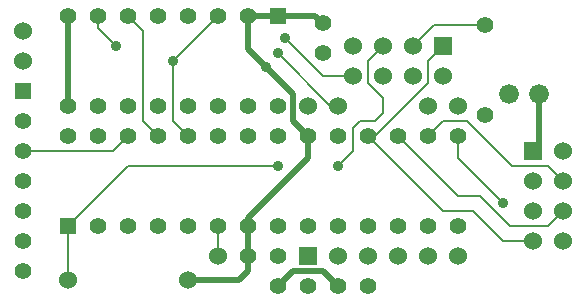
<source format=gtl>
G04 (created by PCBNEW-RS274X (2012-01-19 BZR 3256)-stable) date 10/2/2012 11:56:40 PM*
G01*
G70*
G90*
%MOIN*%
G04 Gerber Fmt 3.4, Leading zero omitted, Abs format*
%FSLAX34Y34*%
G04 APERTURE LIST*
%ADD10C,0.006000*%
%ADD11C,0.060000*%
%ADD12R,0.060000X0.060000*%
%ADD13C,0.055000*%
%ADD14R,0.055000X0.055000*%
%ADD15C,0.066000*%
%ADD16C,0.035000*%
%ADD17C,0.020000*%
%ADD18C,0.008000*%
G04 APERTURE END LIST*
G54D10*
G54D11*
X53600Y-39900D03*
X49600Y-39900D03*
G54D12*
X57600Y-39100D03*
G54D11*
X58600Y-39100D03*
G54D13*
X59600Y-40100D03*
X58600Y-40100D03*
X57600Y-40100D03*
X56600Y-40100D03*
X50600Y-38100D03*
X51600Y-38100D03*
X52600Y-38100D03*
X53600Y-38100D03*
X54600Y-38100D03*
X55600Y-38100D03*
X56600Y-38100D03*
X57600Y-38100D03*
X58600Y-38100D03*
X59600Y-38100D03*
X60600Y-38100D03*
X61600Y-38100D03*
X62600Y-38100D03*
G54D14*
X49600Y-38100D03*
G54D13*
X62600Y-35100D03*
X61600Y-35100D03*
X60600Y-35100D03*
X59600Y-35100D03*
X58600Y-35100D03*
X57600Y-35100D03*
X56600Y-35100D03*
X55600Y-35100D03*
X54600Y-35100D03*
X53600Y-35100D03*
X52600Y-35100D03*
X51600Y-35100D03*
X50600Y-35100D03*
X49600Y-35100D03*
G54D12*
X65100Y-35600D03*
G54D11*
X66100Y-35600D03*
X65100Y-36600D03*
X66100Y-36600D03*
X65100Y-37600D03*
X66100Y-37600D03*
X65100Y-38600D03*
X66100Y-38600D03*
G54D15*
X64300Y-33700D03*
X65300Y-33700D03*
G54D14*
X56600Y-31100D03*
G54D13*
X55600Y-31100D03*
X54600Y-31100D03*
X53600Y-31100D03*
X52600Y-31100D03*
X51600Y-31100D03*
X50600Y-31100D03*
X49600Y-31100D03*
X49600Y-34100D03*
X50600Y-34100D03*
X51600Y-34100D03*
X52600Y-34100D03*
X53600Y-34100D03*
X54600Y-34100D03*
X55600Y-34100D03*
X56600Y-34100D03*
X56600Y-39100D03*
X55600Y-39100D03*
X58100Y-32350D03*
X58100Y-31350D03*
G54D12*
X62100Y-32100D03*
G54D11*
X62100Y-33100D03*
X61100Y-32100D03*
X61100Y-33100D03*
X60100Y-32100D03*
X60100Y-33100D03*
G54D14*
X48100Y-33600D03*
G54D13*
X48100Y-34600D03*
X48100Y-35600D03*
X48100Y-36600D03*
X48100Y-37600D03*
X48100Y-38600D03*
X48100Y-39600D03*
G54D11*
X48100Y-31600D03*
X48100Y-32600D03*
X61600Y-34100D03*
X62600Y-34100D03*
X62600Y-39100D03*
X57600Y-34100D03*
X59100Y-32100D03*
X59100Y-33100D03*
X58600Y-34100D03*
X59600Y-39100D03*
X60600Y-39100D03*
X61600Y-39100D03*
X54600Y-39100D03*
G54D13*
X63500Y-31400D03*
X63500Y-34400D03*
G54D16*
X56200Y-32800D03*
X51200Y-32100D03*
X58600Y-36100D03*
X56600Y-36100D03*
X56600Y-32350D03*
X53100Y-32600D03*
X56850Y-31850D03*
X64100Y-37350D03*
G54D17*
X55600Y-37850D02*
X55600Y-38100D01*
X56600Y-31100D02*
X57850Y-31100D01*
G54D18*
X50600Y-31100D02*
X50600Y-31500D01*
G54D17*
X55600Y-31100D02*
X56600Y-31100D01*
X57600Y-35100D02*
X57100Y-34600D01*
X55600Y-39600D02*
X55600Y-39100D01*
X57600Y-35100D02*
X57600Y-35850D01*
X57100Y-33700D02*
X56200Y-32800D01*
X53600Y-39900D02*
X55300Y-39900D01*
X55600Y-38100D02*
X55600Y-39100D01*
X57100Y-34600D02*
X57100Y-33700D01*
X57850Y-31100D02*
X58100Y-31350D01*
X55300Y-39900D02*
X55600Y-39600D01*
X55600Y-39600D02*
X55600Y-39100D01*
X56200Y-32800D02*
X55600Y-32200D01*
X57600Y-35850D02*
X55600Y-37850D01*
G54D18*
X50600Y-31500D02*
X51200Y-32100D01*
G54D17*
X55600Y-32200D02*
X55600Y-31100D01*
G54D18*
X54600Y-38100D02*
X54600Y-39100D01*
X59600Y-32600D02*
X60100Y-32100D01*
X58600Y-36100D02*
X59100Y-35600D01*
X59100Y-35600D02*
X59100Y-34850D01*
X49600Y-38100D02*
X49600Y-39900D01*
X49600Y-38100D02*
X51600Y-36100D01*
X51600Y-36100D02*
X56600Y-36100D01*
X59350Y-34600D02*
X59850Y-34600D01*
X59850Y-34600D02*
X60100Y-34350D01*
X59100Y-34850D02*
X59350Y-34600D01*
X60100Y-33850D02*
X59600Y-33350D01*
X59600Y-33350D02*
X59600Y-32600D01*
X60100Y-34350D02*
X60100Y-33850D01*
G54D17*
X49600Y-31100D02*
X49600Y-34100D01*
X58100Y-39600D02*
X58600Y-40100D01*
X57100Y-39600D02*
X58100Y-39600D01*
X56600Y-40100D02*
X57100Y-39600D01*
X65300Y-35400D02*
X65100Y-35600D01*
X65300Y-33700D02*
X65300Y-35400D01*
G54D18*
X51100Y-35600D02*
X51600Y-35100D01*
X48100Y-35600D02*
X51100Y-35600D01*
X52100Y-31600D02*
X52100Y-34600D01*
X52100Y-34600D02*
X52600Y-35100D01*
X51600Y-31100D02*
X52100Y-31600D01*
X58350Y-34100D02*
X56600Y-32350D01*
X58600Y-34100D02*
X58350Y-34100D01*
X53100Y-32600D02*
X53100Y-34600D01*
X53100Y-34600D02*
X53600Y-35100D01*
X53100Y-32600D02*
X54600Y-31100D01*
X58100Y-33100D02*
X56850Y-31850D01*
X59100Y-33100D02*
X58100Y-33100D01*
X62100Y-37600D02*
X63100Y-37600D01*
X61600Y-32600D02*
X61600Y-33350D01*
X59600Y-35100D02*
X62100Y-37600D01*
X62100Y-32100D02*
X61600Y-32600D01*
X59850Y-35100D02*
X59600Y-35100D01*
X64100Y-38600D02*
X65100Y-38600D01*
X61600Y-33350D02*
X59850Y-35100D01*
X59600Y-35100D02*
X62100Y-37600D01*
X63100Y-37600D02*
X64100Y-38600D01*
X62600Y-37100D02*
X63350Y-37100D01*
X64350Y-38100D02*
X65600Y-38100D01*
X60600Y-35100D02*
X62600Y-37100D01*
X65600Y-38100D02*
X66100Y-37600D01*
X63350Y-37100D02*
X64350Y-38100D01*
X62900Y-34600D02*
X64400Y-36100D01*
X65600Y-36100D02*
X66100Y-36600D01*
X61600Y-35100D02*
X62100Y-34600D01*
X65600Y-36100D02*
X66100Y-36600D01*
X64400Y-36100D02*
X65600Y-36100D01*
X62100Y-34600D02*
X62900Y-34600D01*
X61600Y-35100D02*
X62100Y-34600D01*
X65600Y-36100D02*
X66100Y-36600D01*
X62600Y-35850D02*
X62600Y-35100D01*
X64100Y-37350D02*
X62600Y-35850D01*
X61800Y-31400D02*
X63500Y-31400D01*
X61100Y-32100D02*
X61800Y-31400D01*
M02*

</source>
